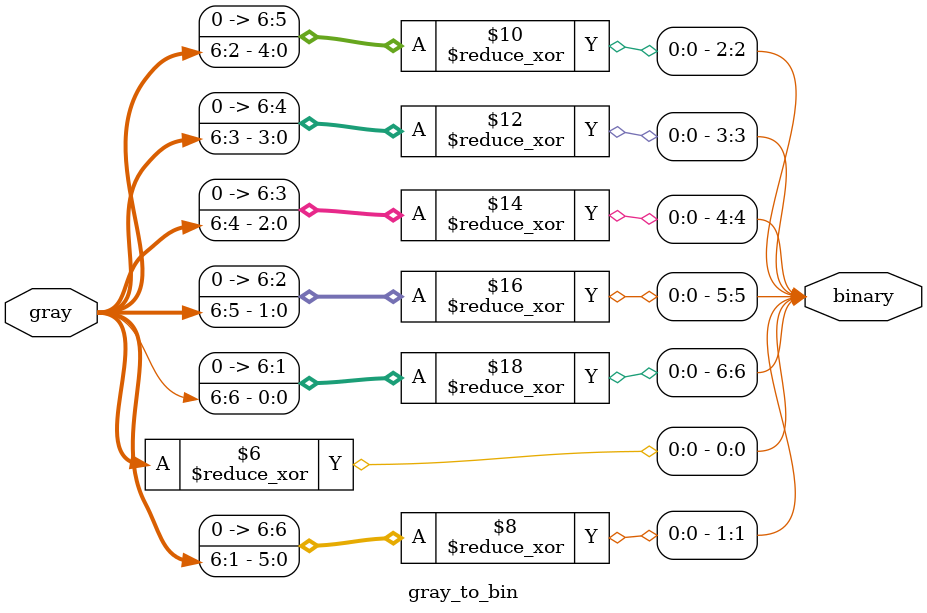
<source format=sv>
module gray_to_bin #(
    parameter DATA_WIDTH = 8,
    parameter ADDR_WIDTH = 6
)(
    input logic     [ADDR_WIDTH:0] gray,
    output logic    [ADDR_WIDTH:0] binary
);

    // For each bit position, loop performs reduction XOR on all bits from MSB to given position
    // Gray Code to Binary Conversion
    always_comb begin
        for (int i=0; i<=ADDR_WIDTH; i++) begin
            binary[i] = ^(gray >> i);
        end
    end

endmodule
</source>
